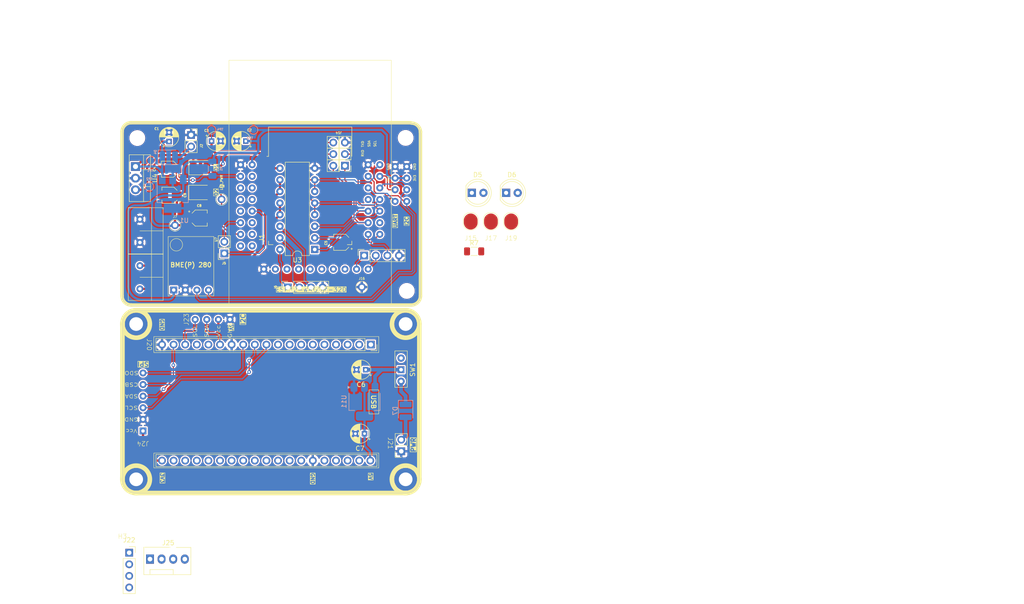
<source format=kicad_pcb>
(kicad_pcb (version 20240108) (generator "pcbnew") (generator_version "8.0")
  (layers (0 "F.Cu" signal) (31 "B.Cu" signal) (34 "B.Paste" user) (35 "F.Paste" user) (36 "B.SilkS" user "B.Silkscreen") (37 "F.SilkS" user "F.Silkscreen") (38 "B.Mask" user) (39 "F.Mask" user) (44 "Edge.Cuts" user))
  (net 0 "")
  (net 1 "GND")
  (net 2 "+3V3")
  (net 3 "+5V")
  (net 4 "/RXD")
  (net 5 "/TXD")
  (net 6 "/SDA")
  (net 7 "/SCL")
  (net 8 "/EN")
  (net 9 "/SOURCE2")
  (net 10 "/SOURCE1")
  (net 11 "/SOURCE3")
  (net 12 "/VDC")
  (net 13 "/DAC1")
  (net 14 "/DAC2")
  (net 15 "/GPIO19")
  (net 16 "/GPIO17")
  (net 17 "/GPIO5")
  (net 18 "/GPIO18")
  (net 19 "/ADC2_CH3")
  (net 20 "/ADC2_CH0")
  (net 21 "/GPIO23")
  (net 22 "/ADC2_CH2")
  (net 23 "/BOOT")
  (net 24 "/SOURCE4")
  (net 25 "/SOURCE5")
  (net 26 "/GPIO14")
  (net 27 "/VIN")
  (net 39 "/ESP32-WROOM-32U Node/VIN")
  (net 44 "/ESP32-WROOM-32U Node/VDC")
  (net 55 "/ESP32-WROOM-32U Node/SPI-SDO")
  (net 56 "/ESP32-WROOM-32U Node/TX")
  (net 57 "Net-(D7-A)")
  (net 58 "/ESP32-WROOM-32U Node/SDA-2")
  (net 59 "/ESP32-WROOM-32U Node/SPI-CSB")
  (net 60 "/ESP32-WROOM-32U Node/SPI-SCL")
  (net 61 "/ESP32-WROOM-32U Node/SCL-2")
  (net 62 "/ESP32-WROOM-32U Node/RX")
  (net 63 "/ESP32-WROOM-32U Node/SPI-SDA")
  (net 65 "/GPIO36")
  (net 66 "/OUT2")
  (net 67 "/GPIO39")
  (net 68 "/GPIO32")
  (net 69 "/OUT1")
  (net 70 "/SD_DATA0")
  (net 71 "/SD_CMD")
  (net 72 "/GPIO34")
  (net 73 "/OUT3")
  (net 74 "/SD_DATA2")
  (net 75 "/GPIO27")
  (net 76 "/GPIO13")
  (net 77 "/SD_CLK")
  (net 78 "/SD_DATA1")
  (net 79 "/GPIO33")
  (net 80 "/SD_DATA3")
  (net 84 "/ESP32-WROOM-32U Node/12V")
  (net 85 "Net-(J15-Pin_1)")
  (net 86 "Net-(D5-Pad1)")
  (net 87 "Net-(J19-Pin_1)")
  (footprint "Capacitor_THT:CP_Radial_D4.0mm_P2.00mm" (layer "F.Cu") (at 107 44.2 180)
    (property "Reference" "C2")
    (property "Value" "1uF")
  )
  (footprint "LED_SMD:LED_1210_3225Metric_Pad1.42x2.65mm_HandSolder" (layer "F.Cu") (at 97 55.45)
    (property "Reference" "D2")
    (property "Value" "STATUS")
  )
  (footprint "Alexander Footprint Library:Board_65-40" (layer "F.Cu") (at 80 131.25)
    (property "Reference" "H3")
    (property "Value" "Project_Box_Board_65x40")
    (fp_line (start 0 -13) (end 0 -47) (stroke (width 0.05)) (layer "Edge.Cuts"))
    (fp_line (start 3 -50) (end 62 -50) (stroke (width 0.05)) (layer "Edge.Cuts"))
    (fp_line (start 62 -10) (end 3 -10) (stroke (width 0.05)) (layer "Edge.Cuts"))
    (fp_line (start 65 -47) (end 65 -13) (stroke (width 0.05)) (layer "Edge.Cuts"))
    (fp_arc (start 0 -47) (mid 0.87868 -49.12132) (end 3 -50) (stroke (width 0.05)) (layer "Edge.Cuts"))
    (fp_arc (start 3 -10) (mid 0.87868 -10.87868) (end 0 -13) (stroke (width 0.05)) (layer "Edge.Cuts"))
    (fp_arc (start 62 -50) (mid 64.12132 -49.12132) (end 65 -47) (stroke (width 0.05)) (layer "Edge.Cuts"))
    (fp_arc (start 65 -13) (mid 64.12132 -10.87868) (end 62 -10) (stroke (width 0.05)) (layer "Edge.Cuts"))
    (fp_circle (center 3 -47) (end 4 -48) (stroke (width 0.05)) (fill none) (layer "Edge.Cuts"))
    (fp_circle (center 3 -13) (end 4 -14) (stroke (width 0.05)) (fill none) (layer "Edge.Cuts"))
    (fp_circle (center 62 -47) (end 63 -48) (stroke (width 0.05)) (fill none) (layer "Edge.Cuts"))
    (fp_circle (center 62 -13) (end 63 -14) (stroke (width 0.05)) (fill none) (layer "Edge.Cuts"))
  )
  (footprint "Capacitor_SMD:CP_Elec_3x5.3" (layer "F.Cu") (at 90.3 50.35 180)
    (property "Reference" "C4")
    (property "Value" "0.1uF")
  )
  (footprint "MountingHole:MountingHole_3mm" (layer "F.Cu") (at 142 43.5)
    (property "Reference" "H1" (hide yes))
    (property "Value" "MountingHole_Pad")
  )
  (footprint "MountingHole:MountingHole_3mm" (layer "F.Cu") (at 83.25 43.53)
    (property "Reference" "H2" (hide yes))
    (property "Value" "MountingHole_Pad")
  )
  (footprint "Alexander Footprints Library:Conn_Terminal_5mm" (layer "F.Cu") (at 83.82 53.69)
    (property "Reference" "J9" (hide yes))
    (property "Value" "Conn_01x02_Socket")
  )
  (footprint "LED_THT:LED_D5.0mm" (layer "F.Cu") (at 163.998 55.529)
    (property "Reference" "D6")
    (property "Value" "LED_STATUS")
  )
  (footprint "Alexander Footprint Library:Pad_1x01_P2.54_SMD" (layer "F.Cu") (at 160.674 65.95)
    (property "Reference" "J17")
    (property "Value" "GND")
  )
  (footprint "Alexander Footprint Library:ESP32-WROOM-Adapter-Socket-2" (layer "F.Cu") (at 121.1 56.99)
    (property "Reference" "J1")
    (property "Value" "~")
  )
  (footprint "Capacitor_SMD:CP_Elec_3x5.3" (layer "F.Cu") (at 90.4 56.05 180)
    (property "Reference" "C9")
    (property "Value" "0.1uF")
  )
  (footprint "Capacitor_THT:CP_Radial_D4.0mm_P2.00mm" (layer "F.Cu") (at 133.25 94.25 180)
    (property "Reference" "C6")
    (property "Value" "1uF")
  )
  (footprint "Alexander Footprint Library:PinSocket_1x01_P2.54" (layer "F.Cu") (at 91.5 65.19)
    (property "Reference" "J7")
    (property "Value" "LED_PWR")
  )
  (footprint "Alexander Footprint Library:Conn_SPI" (layer "F.Cu") (at 84.5 112.74 180)
    (property "Reference" "J24")
    (property "Value" "~")
  )
  (footprint "Connector_PinSocket_2.54mm:PinSocket_1x02_P2.54mm_Vertical" (layer "F.Cu") (at 95.025 42.85)
    (property "Reference" "J2")
    (property "Value" "PWR")
  )
  (footprint "Connector:FanPinHeader_1x04_P2.54mm_Vertical" (layer "F.Cu") (at 86.025 135.72)
    (property "Reference" "J25")
    (property "Value" "Conn_01x04_Pin")
  )
  (footprint "Connector_PinSocket_2.54mm:PinSocket_1x04_P2.54mm_Vertical" (layer "F.Cu") (at 81.475 134.32)
    (property "Reference" "J22")
    (property "Value" "PWR_SATA_Conn_01x04")
  )
  (footprint "Connector_PinSocket_2.54mm:PinSocket_1x04_P2.54mm_Vertical" (layer "F.Cu") (at 116.2 76.225 90)
    (property "Reference" "J6")
    (property "Value" "SOURCE")
  )
  (footprint "Package_DIP:DIP-16_W7.62mm" (layer "F.Cu") (at 122.1 67.925 180)
    (property "Reference" "U3")
    (property "Value" "ULN2003")
  )
  (footprint "Connector_PinSocket_2.54mm:PinSocket_1x04_P2.54mm_Vertical" (layer "F.Cu") (at 132.92 69.25 90)
    (property "Reference" "J10" (hide yes))
    (property "Value" "ADC")
  )
  (footprint "Capacitor_SMD:CP_Elec_3x5.3" (layer "F.Cu") (at 128 66.35 180)
    (property "Reference" "C5")
    (property "Value" "0.1uF")
  )
  (footprint "Alexander Footprint Library:PinSocket_1x02_P2.54" (layer "F.Cu") (at 142.25 107 180)
    (property "Reference" "J21")
    (property "Value" "PWR")
  )
  (footprint "Alexander Footprint Library:Conn_ESP32_WROOM-DevKit-38pins" (layer "F.Cu") (at 86.12 88.75 -90)
    (property "Reference" "J20")
    (property "Value" "~")
  )
  (footprint "Capacitor_THT:CP_Radial_D4.0mm_P2.00mm" (layer "F.Cu") (at 99.5 44.2)
    (property "Reference" "C3")
    (property "Value" "1uF")
  )
  (footprint "Capacitor_SMD:CP_Elec_3x5.3" (layer "F.Cu") (at 96.8 61.05)
    (property "Reference" "C8")
    (property "Value" "10uF")
  )
  (footprint "Alexander Footprint Library:PinSocket_1x01_P2.54" (layer "F.Cu") (at 101.7 59.52)
    (property "Reference" "J18")
    (property "Value" "LED_PWR")
  )
  (footprint "Alexander Footprint Library:Conn_I2C" (layer "F.Cu") (at 111.16 83.25 -90)
    (property "Reference" "J23")
    (property "Value" "I2C")
  )
  (footprint "Connector_PinSocket_2.54mm:PinSocket_1x02_P2.54mm_Vertical" (layer "F.Cu") (at 102.3 68.79 180)
    (property "Reference" "J5")
    (property "Value" "DAC")
  )
  (footprint "Alexander Footprint Library:Pad_1x01_P2.54_SMD" (layer "F.Cu") (at 156.248 65.95)
    (property "Reference" "J15")
    (property "Value" "LED_PWR")
  )
  (footprint "Alexander Footprint Library:CONN_2x3" (layer "F.Cu") (at 128.7 54.67 180)
    (property "Reference" "J14")
    (property "Value" "GPIO")
  )
  (footprint "Alexander Footprints Library:Conn_UART" (layer "F.Cu") (at 139.7 42.15)
    (property "Reference" "J3" (hide yes))
    (property "Value" "UART")
  )
  (footprint "Alexander Footprint Library:SW_Slide-03_7.3x2.5x2.5_P2.54mm" (layer "F.Cu") (at 141 94.25 -90)
    (property "Reference" "SW1")
    (property "Value" "SW_SPDT")
  )
  (footprint "Alexander Footprint Library:PinSocket_1x01_P2.54" (layer "F.Cu") (at 132.4 78.72)
    (property "Reference" "J16")
    (property "Value" "GND")
  )
  (footprint "Capacitor_THT:CP_Radial_D4.0mm_P2.00mm" (layer "F.Cu") (at 90.2 44.3 90)
    (property "Reference" "C1")
    (property "Value" "1uF")
  )
  (footprint "Alexander Footprint Library:BME280_BMP280_I2C" (layer "F.Cu") (at 90 78.1 90)
    (property "Reference" "U7")
    (property "Value" "BME(P)280")
  )
  (footprint "Capacitor_THT:CP_Radial_D4.0mm_P2.00mm" (layer "F.Cu") (at 133 108.25 180)
    (property "Reference" "C7")
    (property "Value" "1uF")
  )
  (footprint "Alexander Footprint Library:LD1117" (layer "F.Cu") (at 82.855 49.77 -90)
    (property "Reference" "U4")
    (property "Value" "L7805")
  )
  (footprint "Alexander Footprints Library:Conn_I2C" (layer "F.Cu") (at 142.24 42.15)
    (property "Reference" "J4" (hide yes))
    (property "Value" "I2C")
  )
  (footprint "LED_THT:LED_D5.0mm" (layer "F.Cu") (at 156.498 55.529)
    (property "Reference" "D5")
    (property "Value" "LED_PWR")
  )
  (footprint "LED_SMD:LED_1210_3225Metric_Pad1.42x2.65mm_HandSolder" (layer "F.Cu") (at 97 50)
    (property "Reference" "D1")
    (property "Value" "PWR")
  )
  (footprint "MountingHole:MountingHole_3mm" (layer "F.Cu") (at 142.25 77)
    (property "Reference" "H4" (hide yes))
    (property "Value" "MountingHole_Pad" (hide yes))
  )
  (footprint "Alexander Footprint Library:Pad_1x01_P2.54_SMD" (layer "F.Cu") (at 165.1 65.95)
    (property "Reference" "J19")
    (property "Value" "LED_PWR")
  )
  (footprint "Alexander Footprints Library:Conn_Terminal_5mm" (layer "F.Cu") (at 83.82 63.85)
    (property "Reference" "J8" (hide yes))
    (property "Value" "Conn_01x02_Socket")
  )
  (footprint "Resistor_SMD:R_1206_3216Metric_Pad1.30x1.75mm_HandSolder" (layer "F.Cu") (at 156.998 68.339)
    (property "Reference" "R7")
    (property "Value" "4K7")
  )
  (footprint "TestPoint:TestPoint_Pad_D1.5mm" (layer "B.Cu") (at 99.5 41.75 180)
    (property "Reference" "TP4")
    (property "Value" "5V")
  )
  (footprint "TestPoint:TestPoint_Pad_D1.5mm" (layer "B.Cu") (at 108.7 41.75 180)
    (property "Reference" "TP3")
    (property "Value" "3V3")
  )
  (footprint "Diode_SMD:D_1210_3225Metric" (layer "B.Cu") (at 142 103.25 -90)
    (property "Reference" "D7")
    (property "Value" "D")
  )
  (footprint "Resistor_SMD:R_1206_3216Metric_Pad1.30x1.75mm_HandSolder" (layer "B.Cu") (at 99.7 50.25 -90)
    (property "Reference" "R1")
    (property "Value" "10K")
  )
  (footprint "Diode_SMD:D_1210_3225Metric" (layer "B.Cu") (at 90.1 47.75)
    (property "Reference" "D4")
    (property "Value" "D")
  )
  (footprint "TestPoint:TestPoint_Pad_D1.5mm" (layer "B.Cu") (at 86.2 48.45 180)
    (property "Reference" "TP1")
    (property "Value" "VIN")
  )
  (footprint "TestPoint:TestPoint_Pad_D1.5mm" (layer "B.Cu") (at 85.9 54.15 180)
    (property "Reference" "TP2")
    (property "Value" "GND")
  )
  (footprint "Package_TO_SOT_SMD:SOT-223-3_TabPin2" (layer "B.Cu") (at 91 55.75 -90)
    (property "Reference" "U1")
    (property "Value" "AMS1117-3V3")
  )
  (footprint "Package_TO_SOT_SMD:SOT-223-3_TabPin2" (layer "B.Cu") (at 133 101.25 -90)
    (property "Reference" "U11")
    (property "Value" "AMS1117-5.0")
  )
  (gr_line (start 145.25 42.11421) (end 145.25 78.085782) (stroke (width 0.75)) (layer "F.SilkS"))
  (gr_line (start 81.914218 40.164218) (end 143.08579 40.164218) (stroke (width 0.75)) (layer "F.SilkS"))
  (gr_arc (start 145.25 78.085782) (mid 144.66422 79.500007) (end 143.25 80.085782) (stroke (width 0.75)) (layer "F.SilkS"))
  (gr_line (start 79.914218 42.11421) (end 79.914218 78.085782) (stroke (width 0.75)) (layer "F.SilkS"))
  (gr_arc (start 81.914218 80.085782) (mid 80.499999 79.500001) (end 79.914218 78.085782) (stroke (width 0.75)) (layer "F.SilkS"))
  (gr_arc (start 143.25 40.25) (mid 144.664214 40.835786) (end 145.25 42.25) (stroke (width 0.75)) (layer "F.SilkS"))
  (gr_arc (start 79.914218 42.164218) (mid 80.499999 40.749999) (end 81.914218 40.164218) (stroke (width 0.75)) (layer "F.SilkS"))
  (gr_line (start 81.914214 80.085782) (end 143.085786 80.085782) (stroke (width 0.75)) (layer "F.SilkS"))
  (gr_line (start 82.014214 80.235786) (end 113 80.25) (stroke (width 0.1)) (layer "Edge.Cuts"))
  (gr_line (start 80 42.25) (end 80.014214 78.235786) (stroke (width 0.1)) (layer "Edge.Cuts"))
  (gr_arc (start 143.185786 40.264214) (mid 144.600004 40.849996) (end 145.185786 42.264214) (stroke (width 0.1)) (layer "Edge.Cuts"))
  (gr_line (start 113 80.25) (end 143.185786 80.235786) (stroke (width 0.1)) (layer "Edge.Cuts"))
  (gr_arc (start 82.014214 80.235786) (mid 80.599996 79.650004) (end 80.014214 78.235786) (stroke (width 0.1)) (layer "Edge.Cuts"))
  (gr_line (start 145.185786 42.264214) (end 145.185786 78.235786) (stroke (width 0.1)) (layer "Edge.Cuts"))
  (gr_arc (start 80 42.25) (mid 80.585786 40.835786) (end 82 40.25) (stroke (width 0.1)) (layer "Edge.Cuts"))
  (gr_arc (start 145.185786 78.235786) (mid 144.600004 79.650004) (end 143.185786 80.235786) (stroke (width 0.1)) (layer "Edge.Cuts"))
  (gr_line (start 143.185786 40.264214) (end 82 40.25) (stroke (width 0.1)) (layer "Edge.Cuts"))
  (gr_text "PWR" (at 144.3 112.45 90) (layer "F.SilkS" knockout) (effects (font (size 1 1) (thickness 0.25) (bold yes)) (justify left bottom)))
  (segment (start 84.21 66) (end 83.82 66.39) (width 0.5) (layer "F.Cu") (net 1))
  (segment (start 95.5 54.8625) (end 95.5125 54.85) (width 0.25) (layer "F.Cu") (net 1))
  (segment (start 95.5 55.4625) (end 95.5125 55.45) (width 0.25) (layer "F.Cu") (net 1))
  (segment (start 91.5 59.65) (end 91.9 59.25) (width 0.5) (layer "F.Cu") (net 2))
  (segment (start 101.15 50) (end 102 49.15) (width 0.5) (layer "F.Cu") (net 2))
  (segment (start 84.5 107.66) (end 84.5 112.25) (width 0.5) (layer "F.Cu") (net 2))
  (segment (start 87.75 85.75) (end 100 85.75) (width 0.5) (layer "F.Cu") (net 2))
  (segment (start 94.63 62.62) (end 91.5 62.62) (width 0.5) (layer "F.Cu") (net 2))
  (segment (start 101 84.75) (end 101 83.25) (width 0.5) (layer "F.Cu") (net 2))
  (segment (start 88.6 114.15) (end 86.4 114.15) (width 0.5) (layer "F.Cu") (net 2))
  (segment (start 84.5 112.25) (end 85.25 113) (width 0.5) (layer "F.Cu") (net 2))
  (segment (start 91.9 59.25) (end 91.9 56.05) (width 0.5) (layer "F.Cu") (net 2))
  (segment (start 98.4875 50) (end 101.15 50) (width 0.5) (layer "F.Cu") (net 2))
  (segment (start 95.3 61.05) (end 95.3 61.95) (width 0.5) (layer "F.Cu") (net 2))
  (segment (start 95.3 61.95) (end 94.63 62.62) (width 0.5) (layer "F.Cu") (net 2))
  (segment (start 82.25 110) (end 82.25 91.25) (width 0.5) (layer "F.Cu") (net 2))
  (segment (start 91.5 62.62) (end 91.5 59.65) (width 0.5) (layer "F.Cu") (net 2))
  (segment (start 82.25 91.25) (end 87.75 85.75) (width 0.5) (layer "F.Cu") (net 2))
  (segment (start 86.4 114.15) (end 85.25 113) (width 0.5) (layer "F.Cu") (net 2))
  (segment (start 100 85.75) (end 101 84.75) (width 0.5) (layer "F.Cu") (net 2))
  (segment (start 85.25 113) (end 82.25 110) (width 0.5) (layer "F.Cu") (net 2))
  (via (at 102 49.15) (size 0.8) (drill 0.4) (layers "F.Cu" "B.Cu") (net 2))
  (segment (start 96.075 48.7) (end 97.525 48.7) (width 0.5) (layer "B.Cu") (net 2))
  (segment (start 108.4 49.2825) (end 108.4 47.85) (width 0.5) (layer "B.Cu") (net 2))
  (segment (start 109.408578 44.2) (end 107 44.2) (width 0.5) (layer "B.Cu") (net 2))
  (segment (start 109.5 46.75) (end 109.75 46.5) (width 0.5) (layer "B.Cu") (net 2))
  (segment (start 81.3 75.997918) (end 81.3 59.75104) (width 0.5) (layer "B.Cu") (net 2))
  (segment (start 93.3 54.905025) (end 93.3 52.6) (width 0.5) (layer "B.Cu") (net 2))
  (segment (start 100 48.7) (end 100 48.03033) (width 0.5) (layer "B.Cu") (net 2))
  (segment (start 137.9 51.55) (end 138.66 52.31) (width 0.5) (layer "B.Cu") (net 2))
  (segment (start 84.202081 78.9) (end 89.990883 78.9) (width 0.5) (layer "B.Cu") (net 2))
  (segment (start 109.75 45) (end 109.75 44.141421) (width 0.5) (layer "B.Cu") (net 2))
  (segment (start 103 46.75) (end 101.28033 46.75) (width 0.5) (layer "B.Cu") (net 2))
  (segment (start 109.75 43.858578) (end 109.75 44.141421) (width 0.5) (layer "B.Cu") (net 2))
  (segment (start 138.66 52.31) (end 139.7 52.31) (width 0.5) (layer "B.Cu") (net 2))
  (segment (start 139.7 52.31) (end 142.24 52.31) (width 0.5) (layer "B.Cu") (net 2))
  (segment (start 129.1 41.75) (end 136.8 41.75) (width 0.5) (layer "B.Cu") (net 2))
  (segment (start 112.31066 41.75) (end 129.1 41.75) (width 0.5) (layer "B.Cu") (net 2))
  (segment (start 88.207106 62.75) (end 91.5 62.75) (width 0.5) (layer "B.Cu") (net 2))
  (segment (start 86.5 61.042893) (end 86.5 57.5) (width 0.5) (layer "B.Cu") (net 2))
  (segment (start 103 46.75) (end 109.5 46.75) (width 0.5) (layer "B.Cu") (net 2))
  (segment (start 137.9 42.85) (end 137.9 51.55) (width 0.5) (layer "B.Cu") (net 2))
  (segment (start 91.22 77.670883) (end 91.22 76.8) (width 0.5) (layer "B.Cu") (net 2))
  (segment (start 89.455634 56.1) (end 92.105025 56.1) (width 0.5) (layer "B.Cu") (net 2))
  (segment (start 96.075 48.7) (end 95.177817 48.7) (width 0.5) (layer "B.Cu") (net 2))
  (segment (start 136.8 41.75) (end 137.9 42.85) (width 0.5) (layer "B.Cu") (net 2))
  (segment (start 108.4 47.85) (end 109.75 46.5) (width 0.5) (layer "B.Cu") (net 2))
  (segment (start 109.75 46.5) (end 109.75 45) (width 0.5) (layer "B.Cu") (net 2))
  (segment (start 110.015165 42.984834) (end 110.5 42.5) (width 0.5) (layer "B.Cu") (net 2))
  (segment (start 102 47.75) (end 103 46.75) (width 0.5) (layer "B.Cu") (net 2))
  (segment (start 109.75 43.858578) (end 109.75 43.625) (width 0.5) (layer "B.Cu") (net 2))
  (segment (start 93.3 52.6) (end 93.3 50.577817) (width 0.5) (layer "B.Cu") (net 2))
  (segment (start 82.75104 58.3) (end 84.144365 58.3) (width 0.5) (layer "B.Cu") (net 2))
  (segment (start 102 49.15) (end 102 47.75) (width 0.5) (layer "B.Cu") (net 2))
  (segment (start 129.3 41.75) (end 129.1 41.75) (width 0.5) (layer "B.Cu") (net 2))
  (segment (start 108.7 41.75) (end 112.31066 41.75) (width 0.5) (layer "B.Cu") (net 2))
  (segment (start 100 48.7) (end 97.525 48.7) (width 0.5) (layer "B.Cu") (net 2))
  (arc (start 93.3 54.905025) (mid 93.209037 55.362322) (end 92.95 55.75) (width 0.5) (layer "B.Cu") (net 2))
  (arc (start 86.8 57.2) (mid 85.581584 58.014119) (end 84.144365 58.3) (width 0.5) (layer "B.Cu") (net 2))
  (arc (start 89.455634 56.1) (mid 88.018415 56.38588) (end 86.8 57.2) (width 0.5) (layer "B.Cu") (net 2))
  (arc (start 86.5 61.042893) (mid 86.629945 61.696174) (end 87 62.25) (width 0.5) (layer "B.Cu") (net 2))
  (arc (start 82.75104 58.3) (mid 82.195751 58.410453) (end 81.725 58.725) (width 0.5) (layer "B.Cu") (net 2))
  (arc (start 92.95 55.75) (mid 92.562322 56.009037) (end 92.105025 56.1) (width 0.5) (layer "B.Cu") (net 2))
  (arc (start 109.75 43.625) (mid 109.818914 43.278544) (end 110.015165 42.984834) (width 0.5) (layer "B.Cu") (net 2))
  (arc (start 95.177817 48.7) (mid 94.459207 48.84294) (end 93.85 49.25) (width 0.5) (layer "B.Cu") (net 2))
  (arc (start 82.15 78.05) (mid 83.091502 78.679092) (end 84.202081 78.9) (width 0.5) (layer "B.Cu") (net 2))
  (arc (start 109.75 44.141421) (mid 109.713838 44.087301) (end 109.65 44.1) (width 0.5) (layer "B.Cu") (net 2))
  (arc (start 93.85 49.25) (mid 93.44294 49.859207) (end 93.3 50.577817) (width 0.5) (layer "B.Cu") (net 2))
  (arc (start 90.86 78.54) (mid 90.461245 78.806439) (end 89.990883 78.9) (width 0.5) (layer "B.Cu") (net 2))
  (arc (start 109.65 44.1) (mid 109.539234 44.17401) (end 109.408578 44.2) (width 0.5) (layer "B.Cu") (net 2))
  (arc (start 87 62.25) (mid 87.553825 62.620054) (end 88.207106 62.75) (width 0.5) (layer "B.Cu") (net 2))
  (arc (start 81.725 58.725) (mid 81.410453 59.195751) (end 81.3 59.75104) (width 0.5) (layer "B.Cu") (net 2))
  (arc (start 101.28033 46.75) (mid 100.790368 46.847459) (end 100.375 47.125) (width 0.5) (layer "B.Cu") (net 2))
  (arc (start 91.22 77.670883) (mid 91.126439 78.141245) (end 90.86 78.54) (width 0.5) (layer "B.Cu") (net 2))
  (arc (start 110.5 42.5) (mid 111.330737 41.944918) (end 112.31066 41.75) (width 0.5) (layer "B.Cu") (net 2))
  (arc (start 109.65 44.1) (mid 109.72401 43.989234) (end 109.75 43.858578) (width 0.5) (layer "B.Cu") (net 2))
  (arc (start 100.375 47.125) (mid 100.097459 47.540368) (end 100 48.03033) (width 0.5) (layer "B.Cu") (net 2))
  (arc (start 81.3 75.997918) (mid 81.520907 77.108496) (end 82.15 78.05) (width 0.5) (layer "B.Cu") (net 2))
  (segment (start 99.5 45.693413) (end 99.5 44.2) (width 0.5) (layer "F.Cu") (net 3))
  (segment (start 111.2 46.85) (end 100.365867 46.85) (width 0.5) (layer "F.Cu") (net 3))
  (segment (start 98.6375 46.9625) (end 99.2125 46.3875) (width 0.5) (layer "F.Cu") (net 3))
  (segment (start 100.365867 46.85) (end 99.465867 45.95) (width 0.5) (layer "F.Cu") (net 3))
  (segment (start 112 47.65) (end 111.2 46.85) (width 0.5) (layer "F.Cu") (net 3))
  (segment (start 112 49.15) (end 112 47.65) (width 0.5) (layer "F.Cu") (net 3))
  (segment (start 88.1 47.25) (end 97.943413 47.25) (width 0.5) (layer "F.Cu") (net 3))
  (segment (start 84.9 54.85) (end 85.4 54.35) (width 0.5) (layer "F.Cu") (net 3))
  (segment (start 85.4 54.35) (end 85.4 49.95) (width 0.5) (layer "F.Cu") (net 3))
  (segment (start 114.48 50.145) (end 112.995 50.145) (width 0.5) (layer "F.Cu") (net 3))
  (segment (start 112.995 50.145) (end 112 49.15) (width 0.5) (layer "F.Cu") (net 3))
  (segment (start 82.855 54.85) (end 84.9 54.85) (width 0.5) (layer "F.Cu") (net 3))
  (segment (start 85.4 49.95) (end 88.1 47.25) (width 0.5) (layer "F.Cu") (net 3))
  (arc (start 97.943413 47.25) (mid 98.31905 47.175281) (end 98.6375 46.9625) (width 0.5) (layer "F.Cu") (net 3))
  (arc (start 99.5 45.693413) (mid 99.425281 46.06905) (end 99.2125 46.3875) (width 0.5) (layer "F.Cu") (net 3))
  (segment (start 133 98.1) (end 133 104.4) (width 0.5) (layer "B.Cu") (net 3))
  (segment (start 133 108.25) (end 133 104.4) (width 0.5) (layer "B.Cu") (net 3))
  (segment (start 133 111) (end 133 108.25) (width 0.5) (layer "B.Cu") (net 3))
  (segment (start 134.21 114.15) (end 134.21 112.21) (width 0.5) (layer "B.Cu") (net 3))
  (segment (start 134.21 112.21) (end 133 111) (width 0.5) (layer "B.Cu") (net 3))
  (segment (start 99.5 42.25) (end 99.5 44.2) (width 0.25) (layer "B.Cu") (net 3))
  (segment (start 139.7 57.35) (end 139.7 57.39) (width 0.25) (layer "F.Cu") (net 4))
  (segment (start 140.3 57.45) (end 139.3 57.45) (width 0.25) (layer "F.Cu") (net 4))
  (segment (start 139.04 57.39) (end 139.7 57.39) (width 0.25) (layer "F.Cu") (net 4))
  (segment (start 137.96 55.65) (end 139.7 57.39) (width 0.25) (layer "B.Cu") (net 4))
  (segment (start 133.8 54.3625) (end 135.0875 55.65) (width 0.25) (layer "B.Cu") (net 4))
  (segment (start 135.0875 55.65) (end 137.96 55.65) (width 0.25) (layer "B.Cu") (net 4))
  (segment (start 138 52.25) (end 137.5725 51.8225) (width 0.25) (layer "F.Cu") (net 5))
  (segment (start 139.7 54.85) (end 138.3 54.85) (width 0.25) (layer "F.Cu") (net 5))
  (segment (start 137.5725 51.8225) (end 136.34 51.8225) (width 0.25) (layer "F.Cu") (net 5))
  (segment (start 138 54.55) (end 138 52.25) (width 0.25) (layer "F.Cu") (net 5))
  (segment (start 138.3 54.85) (end 138 54.55) (width 0.25) (layer "F.Cu") (net 5))
  (segment (start 139.7 54.85) (end 139.5 54.85) (width 0.25) (layer "F.Cu") (net 5))
  (segment (start 142.24 54.85) (end 142.24 55.51) (width 0.25) (layer "F.Cu") (net 6))
  (segment (start 98.84 76.8) (end 98.84 78.09) (width 0.25) (layer "B.Cu") (net 6))
  (segment (start 141 57.95) (end 141 56.09) (width 0.25) (layer "B.Cu") (net 6))
  (segment (start 140.990501 53.600501) (end 142.24 54.85) (width 0.25) (layer "B.Cu") (net 6))
  (segment (start 136.34 54.3625) (end 137.101999 53.600501) (width 0.25) (layer "B.Cu") (net 6))
  (segment (start 143.281802 72.781802) (end 143.55 72.513604) (width 0.25) (layer "B.Cu") (net 6))
  (segment (start 99.4 78.65) (end 130.7 78.65) (width 0.25) (layer "B.Cu") (net 6))
  (segment (start 130.7 78.65) (end 134.55 78.65) (width 0.25) (layer "B.Cu") (net 6))
  (segment (start 143.55 72.513604) (end 143.55 60.5) (width 0.25) (layer "B.Cu") (net 6))
  (segment (start 143.55 60.5) (end 141 57.95) (width 0.25) (layer "B.Cu") (net 6))
  (segment (start 140.418198 72.781802) (end 143.281802 72.781802) (width 0.25) (layer "B.Cu") (net 6))
  (segment (start 98.84 78.09) (end 99.4 78.65) (width 0.25) (layer "B.Cu") (net 6))
  (segment (start 141 56.09) (end 142.24 54.85) (width 0.25) (layer "B.Cu") (net 6))
  (segment (start 137.101999 53.600501) (end 140.990501 53.600501) (width 0.25) (layer "B.Cu") (net 6))
  (segment (start 134.55 78.65) (end 140.418198 72.781802) (width 0.25) (layer "B.Cu") (net 6))
  (segment (start 135.1 55.15) (end 135.6 55.65) (width 0.25) (layer "F.Cu") (net 7))
  (segment (start 133.8 51.8225) (end 135.1 53.1225) (width 0.25) (layer "F.Cu") (net 7))
  (segment (start 141.603604 57.39) (end 142.24 57.39) (width 0.25) (layer "F.Cu") (net 7))
  (segment (start 137.3 55.65) (end 137.8 56.15) (width 0.25) (layer "F.Cu") (net 7))
  (segment (start 135.1 53.1225) (end 135.1 55.15) (width 0.25) (layer "F.Cu") (net 7))
  (segment (start 135.6 55.65) (end 137.3 55.65) (width 0.25) (layer "F.Cu") (net 7))
  (segment (start 140.363604 56.15) (end 141.603604 57.39) (width 0.25) (layer "F.Cu") (net 7))
  (segment (start 137.8 56.15) (end 140.363604 56.15) (width 0.25) (layer "F.Cu") (net 7))
  (segment (start 142.24 58.553604) (end 142.24 57.39) (width 0.25) (layer "B.Cu") (net 7))
  (segment (start 144 72.7) (end 144 60.313604) (width 0.25) (layer "B.Cu") (net 7))
  (segment (start 134.8 79.1) (end 140.6 73.3) (width 0.25) (layer "B.Cu") (net 7))
  (segment (start 140.6 73.3) (end 143.4 73.3) (width 0.25) (layer "B.Cu") (net 7))
  (segment (start 96.3 76.8) (end 96.3 78.45) (width 0.25) (layer "B.Cu") (net 7))
  (segment (start 143.4 73.3) (end 144 72.7) (width 0.25) (layer "B.Cu") (net 7))
  (segment (start 96.3 78.45) (end 96.95 79.1) (width 0.25) (layer "B.Cu") (net 7))
  (segment (start 144 60.313604) (end 142.24 58.553604) (width 0.25) (layer "B.Cu") (net 7))
  (segment (start 96.95 79.1) (end 134.8 79.1) (width 0.25) (layer "B.Cu") (net 7))
  (segment (start 92.3 52.75) (end 91.8 52.25) (width 0.25) (layer "F.Cu") (net 8))
  (segment (start 91.8 52.25) (end 91.8 50.35) (width 0.25) (layer "F.Cu") (net 8))
  (segment (start 95.4 52.75) (end 92.3 52.75) (width 0.25) (layer "F.Cu") (net 8))
  (via (at 95.4 52.75) (size 0.8) (drill 0.4) (layers "F.Cu" "B.Cu") (net 8))
  (segment (start 95.4 52.75) (end 96.7 52.75) (width 0.25) (layer "B.Cu") (net 8))
  (segment (start 101.4 51.8) (end 101.45 51.8) (width 0.25) (layer "B.Cu") (net 8))
  (segment (start 105.86 51.8225) (end 101.4225 51.8225) (width 0.25) (layer "B.Cu") (net 8))
  (segment (start 99.7 51.8) (end 101.4 51.8) (width 0.25) (layer "B.Cu") (net 8))
  (segment (start 97.65 51.8) (end 99.7 51.8) (width 0.25) (layer "B.Cu") (net 8))
  (segment (start 101.4225 51.8225) (end 101.4 51.8) (width 0.25) (layer "B.Cu") (net 8))
  (segment (start 96.7 52.75) (end 97.65 51.8) (width 0.25) (layer "B.Cu") (net 8))
  (segment (start 111.2 66.85) (end 111.2 58.505) (width 0.5) (layer "F.Cu") (net 9))
  (segment (start 111.2 58.505) (end 114.48 55.225) (width 0.5) (layer "F.Cu") (net 9))
  (segment (start 83.82 71.47) (end 86.37 71.47) (width 0.5) (layer "F.Cu") (net 9))
  (segment (start 114.48 55.225) (end 114.48 52.685) (width 0.5) (layer "F.Cu") (net 9))
  (segment (start 86.37 71.47) (end 88 73.1) (width 0.5) (layer "F.Cu") (net 9))
  (segment (start 104.95 73.1) (end 111.2 66.85) (width 0.5) (layer "F.Cu") (net 9))
  (segment (start 88 73.1) (end 104.95 73.1) (width 0.5) (layer "F.Cu") (net 9))
  (segment (start 83.82 76.55) (end 86.275 76.55) (width 0.5) (layer "F.Cu") (net 10))
  (segment (start 104.8 74.75) (end 112.2 67.35) (width 0.5) (layer "F.Cu") (net 10))
  (segment (start 112.2 62.585) (end 114.48 60.305) (width 0.5) (layer "F.Cu") (net 10))
  (segment (start 86.275 76.55) (end 88.075 74.75) (width 0.5) (layer "F.Cu") (net 10))
  (segment (start 114.48 60.305) (end 114.48 57.765) (width 0.5) (layer "F.Cu") (net 10))
  (segment (start 112.2 67.35) (end 112.2 62.585) (width 0.5) (layer "F.Cu") (net 10))
  (segment (start 88.075 74.75) (end 104.8 74.75) (width 0.5) (layer "F.Cu") (net 10))
  (segment (start 114.48 67.925) (end 114.48 70.53) (width 0.25) (layer "B.Cu") (net 11))
  (segment (start 114.48 70.53) (end 114.8 70.85) (width 0.25) (layer "B.Cu") (net 11))
  (segment (start 114.8 70.85) (end 114.8 74.825) (width 0.25) (layer "B.Cu") (net 11))
  (segment (start 114.8 74.825) (end 116.2 76.225) (width 0.25) (layer "B.Cu") (net 11))
  (segment (start 95.025 45.425) (end 92.7 47.75) (width 0.5) (layer "B.Cu") (net 12))
  (segment (start 92.7 47.75) (end 91.5 47.75) (width 0.5) (layer "B.Cu") (net 12))
  (segment (start 95.025 45.39) (end 95.025 45.425) (width 0.5) (layer "B.Cu") (net 12))
  (segment (start 102.3 68.79) (end 109.96 68.79) (width 0.25) (layer "B.Cu") (net 13))
  (segment (start 109.96 68.79) (end 111.1 67.65) (width 0.25) (layer "B.Cu") (net 13))
  (segment (start 111.1 67.65) (end 111.1 60.65) (width 0.25) (layer "B.Cu") (net 13))
  (segment (start 111.1 60.65) (end 109.98 59.53) (width 0.25) (layer "B.Cu") (net 13))
  (segment (start 109.98 59.53) (end 108.4 59.53) (width 0.25) (layer "B.Cu") (net 13))
  (segment (start 103.18 62.07) (end 105.86 62.07) (width 0.25) (layer "B.Cu") (net 14))
  (segment (start 102.3 66.25) (end 102.3 62.95) (width 0.25) (layer "B.Cu") (net 14))
  (segment (start 102.3 62.95) (end 103.18 62.07) (width 0.25) (layer "B.Cu") (net 14))
  (segment (start 119.15 54.815) (end 119.15 48.163604) (width 0.25) (layer "F.Cu") (net 15))
  (segment (start 122.1 57.765) (end 119.15 54.815) (width 0.25) (layer "F.Cu") (net 15))
  (segment (start 122.803604 44.51) (end 126.16 44.51) (width 0.25) (layer "F.Cu") (net 15))
  (segment (start 122.1 60.305) (end 122.1 57.765) (width 0.25) (layer "F.Cu") (net 15))
  (segment (start 119.15 48.163604) (end 122.803604 44.51) (width 0.25) (layer "F.Cu") (net 15))
  (segment (start 131.8 58.15) (end 131.415 57.765) (width 0.25) (layer "B.Cu") (net 15))
  (segment (start 136.34 56.9025) (end 135.0925 58.15) (width 0.25) (layer "B.Cu") (net 15))
  (segment (start 131.415 57.765) (end 122.1 57.765) (width 0.25) (layer "B.Cu") (net 15))
  (segment (start 135.0925 58.15) (end 131.8 58.15) (width 0.25) (layer "B.Cu") (net 15))
  (segment (start 130.7 61.05) (end 131.72 62.07) (width 0.25) (layer "F.Cu") (net 16))
  (segment (start 130.7 55.55) (end 130.7 61.05) (width 0.25) (layer "F.Cu") (net 16))
  (segment (start 131.72 62.07) (end 133.8 62.07) (width 0.25) (layer "F.Cu") (net 16))
  (segment (start 126.16 49.59) (end 126.16 51.01) (width 0.25) (layer "F.Cu") (net 16))
  (segment (start 126.16 51.01) (end 130.7 55.55) (width 0.25) (layer "F.Cu") (net 16))
  (segment (start 124.725 67.925) (end 130.6675 61.9825) (width 0.25) (layer "B.Cu") (net 16))
  (segment (start 122.1 67.925) (end 124.725 67.925) (width 0.25) (layer "B.Cu") (net 16))
  (segment (start 130.6675 61.9825) (end 133.8 61.9825) (width 0.25) (layer "B.Cu") (net 16))
  (segment (start 135.06 58.25) (end 132.4 58.25) (width 0.25) (layer "F.Cu") (net 17))
  (segment (start 132.4 58.25) (end 131.6 57.45) (width 0.25) (layer "F.Cu") (net 17))
  (segment (start 131.6 48.45) (end 130.2 47.05) (width 0.25) (layer "F.Cu") (net 17))
  (segment (start 131.6 57.45) (end 131.6 48.45) (width 0.25) (layer "F.Cu") (net 17))
  (segment (start 130.2 47.05) (end 128.7 47.05) (width 0.25) (layer "F.Cu") (net 17))
  (segment (start 136.34 59.53) (end 135.06 58.25) (width 0.25) (layer "F.Cu") (net 17))
  (segment (start 126.628604 65.385) (end 122.1 65.385) (width 0.25) (layer "B.Cu") (net 17))
  (segment (start 131.263604 60.75) (end 126.628604 65.385) (width 0.25) (layer "B.Cu") (net 17))
  (segment (start 136.34 59.4425) (end 135.0325 60.75) (width 0.25) (layer "B.Cu") (net 17))
  (segment (start 135.0325 60.75) (end 131.263604 60.75) (width 0.25) (layer "B.Cu") (net 17))
  (segment (start 131.15 55.2) (end 131.15 59.1) (width 0.25) (layer "F.Cu") (net 18))
  (segment (start 128.7 52.75) (end 131.15 55.2) (width 0.25) (layer "F.Cu") (net 18))
  (segment (start 131.15 59.1) (end 131.58 59.53) (width 0.25) (layer "F.Cu") (net 18))
  (segment (start 131.58 59.53) (end 133.8 59.53) (width 0.25) (layer "F.Cu") (net 18))
  (segment (start 128.7 49.59) (end 128.7 52.75) (width 0.25) (layer "F.Cu") (net 18))
  (segment (start 128.532208 62.845) (end 131.934708 59.4425) (width 0.25) (layer "B.Cu") (net 18))
  (segment (start 131.934708 59.4425) (end 133.8 59.4425) (width 0.25) (layer "B.Cu") (net 18))
  (segment (start 122.1 62.845) (end 128.532208 62.845) (width 0.25) (layer "B.Cu") (net 18))
  (segment (start 131.26 70.91) (end 132.92 69.25) (width 0.25) (layer "B.Cu") (net 19))
  (segment (start 131.26 72.1425) (end 131.26 70.91) (width 0.25) (layer "B.Cu") (net 19))
  (segment (start 137.3 66.95) (end 134.8 66.95) (width 0.25) (layer "B.Cu") (net 20))
  (segment (start 138 69.25) (end 138 67.65) (width 0.25) (layer "B.Cu") (net 20))
  (segment (start 138 67.65) (end 137.3 66.95) (width 0.25) (layer "B.Cu") (net 20))
  (segment (start 134.8 66.95) (end 133.8 65.95) (width 0.25) (layer "B.Cu") (net 20))
  (segment (start 133.8 65.95) (end 133.8 64.5225) (width 0.25) (layer "B.Cu") (net 20))
  (segment (start 120.9 47.05) (end 119.6 48.35) (width 0.25) (layer "F.Cu") (net 21))
  (segment (start 122.1 52.685) (end 120.735 52.685) (width 0.25) (layer "F.Cu") (net 21))
  (segment (start 119.6 48.35) (end 119.6 51.55) (width 0.25) (layer "F.Cu") (net 21))
  (segment (start 120.735 52.685) (end 119.6 51.55) (width 0.25) (layer "F.Cu") (net 21))
  (segment (start 126.16 47.05) (end 120.9 47.05) (width 0.25) (layer "F.Cu") (net 21))
  (segment (start 122.1 52.685) (end 122.1 55.225) (width 0.25) (layer "F.Cu") (net 21))
  (segment (start 134.1 53.15) (end 131.3 53.15) (width 0.25) (layer "B.Cu") (net 21))
  (segment (start 135.1 52.15) (end 134.1 53.15) (width 0.25) (layer "B.Cu") (net 21))
  (segment (start 130.835 52.685) (end 122.1 52.685) (width 0.25) (layer "B.Cu") (net 21))
  (segment (start 136.34 49.2825) (end 135.1 50.5225) (width 0.25) (layer "B.Cu") (net 21))
  (segment (start 135.1 50.5225) (end 135.1 52.15) (width 0.25) (layer "B.Cu") (net 21))
  (segment (start 131.3 53.15) (end 130.835 52.685) (width 0.25) (layer "B.Cu") (net 21))
  (segment (start 135.46 70.4825) (end 133.8 72.1425) (width 0.25) (layer "B.Cu") (net 22))
  (segment (start 135.46 69.25) (end 135.46 70.4825) (width 0.25) (layer "B.Cu") (net 22))
  (segment (start 129.5 66.35) (end 134.5125 66.35) (width 0.25) (layer "F.Cu") (net 23))
  (segment (start 134.5125 66.35) (end 136.34 64.5225) (width 0.25) (layer "F.Cu") (net 23))
  (segment (start 114.48 65.385) (end 117.3 68.205) (width 0.25) (layer "B.Cu") (net 24))
  (segment (start 117.3 74.785) (end 118.74 76.225) (width 0.25) (layer "B.Cu") (net 24))
  (segment (start 117.3 68.205) (end 117.3 74.785) (width 0.25) (layer "B.Cu") (net 24))
  (segment (start 119.8 74.745) (end 121.28 76.225) (width 0.25) (layer "B.Cu") (net 25))
  (segment (start 119.8 68.165) (end 119.8 74.745) (width 0.25) (layer "B.Cu") (net 25))
  (segment (start 114.48 62.845) (end 119.8 68.165) (width 0.25) (layer "B.Cu") (net 25))
  (segment (start 101.7 62.65) (end 103.6 64.55) (width 0.25) (layer "F.Cu") (net 26))
  (segment (start 101.6 55.95) (end 101.1 55.45) (width 0.25) (layer "F.Cu") (net 26))
  (segment (start 101.7 56.95) (end 101.6 56.85) (width 0.25) (layer "F.Cu") (net 26))
  (segment (start 105.8325 64.55) (end 105.86 64.5225) (width 0.25) (layer "F.Cu") (net 26))
  (segment (start 98.4875 55.45) (end 101.1 55.45) (width 0.25) (layer "F.Cu") (net 26))
  (segment (start 103.6 64.55) (end 105.8325 64.55) (width 0.25) (layer "F.Cu") (net 26))
  (segment (start 101.6 56.85) (end 101.6 55.95) (width 0.25) (layer "F.Cu") (net 26))
  (segment (start 101.7 62.65) (end 101.7 56.95) (width 0.25) (layer "F.Cu") (net 26))
  (segment (start 82.98 49.77) (end 82.855 49.77) (width 0.5) (layer "F.Cu") (net 27))
  (segment (start 90.2 44.3) (end 88.45 44.3) (width 0.5) (layer "F.Cu") (net 27))
  (segment (start 88.45 44.3) (end 82.98 49.77) (width 0.5) (layer "F.Cu") (net 27))
  (segment (start 88.7 50.546446) (end 88.7 51.253553) (width 0.5) (layer "B.Cu") (net 27))
  (segment (start 88.7 45.153553) (end 88.7 47.4) (width 0.5) (layer "B.Cu") (net 27))
  (segment (start 86.2 49.11) (end 86.2 48.45) (width 0.25) (layer "B.Cu") (net 27))
  (segment (start 88.45 50.65) (end 88.2 50.4) (width 0.5) (layer "B.Cu") (net 27))
  (segment (start 88.7 50.546446) (end 88.7 47.4) (width 0.5) (layer "B.Cu") (net 27))
  (segment (start 88.45 50.65) (end 88.054368 50.254368) (width 0.5) (layer "B.Cu") (net 27))
  (segment (start 89.553553 44.3) (end 90.2 44.3) (width 0.5) (layer "B.Cu") (net 27))
  (segment (start 88.7 51.253553) (end 88.7 52.6) (width 0.5) (layer "B.Cu") (net 27))
  (segment (start 86.86 49.77) (end 85.54 49.77) (width 0.5) (layer "B.Cu") (net 27))
  (segment (start 86.885 49.77) (end 86.86 49.77) (width 0.5) (layer "B.Cu") (net 27))
  (segment (start 85.54 49.77) (end 82.855 49.77) (width 0.5) (layer "B.Cu") (net 27))
  (arc (start 89.553553 44.3) (mid 89.226912 44.364972) (end 88.95 44.55) (width 0.5) (layer "B.Cu") (net 27))
  (arc (start 86.2 49.11) (mid 86.393309 49.57669) (end 86.86 49.77) (width 0.25) (layer "B.Cu") (net 27))
  (arc (start 88.7 51.253553) (mid 88.635027 50.926912) (end 88.45 50.65) (width 0.5) (layer "B.Cu") (net 27))
  (arc (start 88.45 50.65) (mid 88.45 50.65) (end 88.45 50.65) (width 0.5) (layer "B.Cu") (net 27))
  (arc (start 88.45 50.65) (mid 88.609596 50.681745) (end 88.7 50.546446) (width 0.5) (layer "B.Cu") (net 27))
  (arc (start 88.054368 50.254368) (mid 87.517857 49.895883) (end 86.885 49.77) (width 0.5) (layer "B.Cu") (net 27))
  (arc (start 88.95 44.55) (mid 88.764972 44.826912) (end 88.7 45.153553) (width 0.5) (layer "B.Cu") (net 27))
  (segment (start 141 94.25) (end 136.75 94.25) (width 0.8) (layer "B.Cu") (net 39))
  (segment (start 136.75 94.25) (end 133.25 94.25) (width 0.8) (layer "B.Cu") (net 39))
  (segment (start 135.3 98.1) (end 135.3 95.7) (width 0.8) (layer "B.Cu") (net 39))
  (segment (start 135.3 95.7) (end 136.75 94.25) (width 0.8) (layer "B.Cu") (net 39))
  (segment (start 141 99) (end 142 100) (width 0.8) (layer "B.Cu") (net 44))
  (segment (start 142 100) (end 142 101.85) (width 0.8) (layer "B.Cu") (net 44))
  (segment (start 141 96.79) (end 141 99) (width 0.8) (layer "B.Cu") (net 44))
  (segment (start 105.415 94.96) (end 106.38 93.995) (width 0.25) (layer "B.Cu") (net 55))
  (segment (start 106.38 93.995) (end 106.38 88.75) (width 0.25) (layer "B.Cu") (net 55))
  (segment (start 84.5 94.96) (end 105.415 94.96) (width 0.25) (layer "B.Cu") (net 55))
  (segment (start 141.04 109.57) (end 142 108.61) (width 0.8) (layer "B.Cu") (net 57))
  (segment (start 142 108.61) (end 142 104.65) (width 0.8) (layer "B.Cu") (net 57))
  (segment (start 101.3 86.8) (end 100.75 86.25) (width 0.25) (layer "B.Cu") (net 58))
  (segment (start 99 86.25) (end 98.46 85.71) (width 0.25) (layer "B.Cu") (net 58))
  (segment (start 98.46 85.71) (end 98.46 83.25) (width 0.25) (layer "B.Cu") (net 58))
  (segment (start 100.75 86.25) (end 99 86.25) (width 0.25) (layer "B.Cu") (net 58))
  (segment (start 101.3 88.75) (end 101.3 86.8) (width 0.25) (layer "B.Cu") (net 58))
  (segment (start 90.863604 97.5) (end 92.863604 95.5) (width 0.25) (layer "B.Cu") (net 59))
  (segment (start 92.863604 95.5) (end 105.75 95.5) (width 0.25) (layer "B.Cu") (net 59))
  (segment (start 105.75 95.5) (end 111.46 89.79) (width 0.25) (layer "B.Cu") (net 59))
  (segment (start 84.5 97.5) (end 90.863604 97.5) (width 0.25) (layer "B.Cu") (net 59))
  (segment (start 111.46 89.79) (end 111.46 88.75) (width 0.25) (layer "B.Cu") (net 59))
  (segment (start 107.75 92.25) (end 107.75 94.75) (width 0.25) (layer "F.Cu") (net 60))
  (via (at 107.75 92.25) (size 0.8) (drill 0.4) (layers "F.Cu" "B.Cu") (net 60))
  (via (at 107.75 94.75) (size 0.8) (drill 0.4) (layers "F.Cu" "B.Cu") (net 60))
  (segment (start 86.42 102.58) (end 92.75 96.25) (width 0.25) (layer "B.Cu") (net 60))
  (segment (start 106.25 96.25) (end 107.75 94.75) (width 0.25) (layer "B.Cu") (net 60))
  (segment (start 108.92 88.75) (end 108.92 91.08) (width 0.25) (layer "B.Cu") (net 60))
  (segment (start 92.75 96.25) (end 106.25 96.25) (width 0.25) (layer "B.Cu") (net 60))
  (segment (start 84.5 102.58) (end 86.42 102.58) (width 0.25) (layer "B.Cu") (net 60))
  (segment (start 108.92 91.08) (end 107.75 92.25) (width 0.25) (layer "B.Cu") (net 60))
  (segment (start 94 85.75) (end 95.25 85.75) (width 0.25) (layer "B.Cu") (net 61))
  (segment (start 93.68 86.07) (end 94 85.75) (width 0.25) (layer "B.Cu") (net 61))
  (segment (start 95.25 85.75) (end 95.92 85.08) (width 0.25) (layer "B.Cu") (net 61))
  (segment (start 93.68 88.75) (end 93.68 86.07) (width 0.25) (layer "B.Cu") (net 61))
  (segment (start 95.92 85.08) (end 95.92 83.25) (width 0.25) (layer "B.Cu") (net 61))
  (segment (start 91.14 93.25) (end 91.14 96.36) (width 0.25) (layer "F.Cu") (net 63))
  (segment (start 91.14 96.36) (end 89 98.5) (width 0.25) (layer "F.Cu") (net 63))
  (via (at 91.14 93.25) (size 0.8) (drill 0.4) (layers "F.Cu" "B.Cu") (net 63))
  (via (at 89 98.5) (size 0.8) (drill 0.4) (layers "F.Cu" "B.Cu") (net 63))
  (segment (start 87.46 100.04) (end 84.5 100.04) (width 0.25) (layer "B.Cu") (net 63))
  (segment (start 91.14 93.25) (end 91.14 88.75) (width 0.25) (layer "B.Cu") (net 63))
  (segment (start 89 98.5) (end 87.46 100.04) (width 0.25) (layer "B.Cu") (net 63))
  (zone (net 1) (net_name "GND") (layer "F.Cu") (priority 1) (connect_pads (clearance 0)) (min_thickness 0.25) (fill yes (thermal_gap 0.5) (thermal_bridge_width 0.5))
    (polygon (pts (xy 80 40.25) (xy 80.3 80.35) (xy 145.55 80.35) (xy 145.25 40.25)))
  )
  (zone (net 1) (net_name "GND") (layer "F.Cu") (priority 2) (connect_pads (clearance 0)) (min_thickness 0.25) (fill yes (thermal_gap 0.5) (thermal_bridge_width 0.5))
    (polygon (pts (xy 79.8 121.45) (xy 145.7 121.45) (xy 145.2 80.95) (xy 79.5 80.95)))
  )
  (zone (net 1) (net_name "GND") (layer "B.Cu") (connect_pads (clearance 0)) (min_thickness 0.25) (fill yes (thermal_gap 0.5) (thermal_bridge_width 0.5))
    (polygon (pts (xy 80 40.25) (xy 145.2 40.25) (xy 145.4 80.45) (xy 80.2 80.45)))
  )
  (zone (net 1) (net_name "GND") (layer "B.Cu") (priority 3) (connect_pads (clearance 0)) (min_thickness 0.25) (fill yes (thermal_gap 0.5) (thermal_bridge_width 0.5))
    (polygon (pts (xy 145.6 121.45) (xy 145.2 80.95) (xy 79.5 80.95) (xy 79.7 121.45)))
  )
)
</source>
